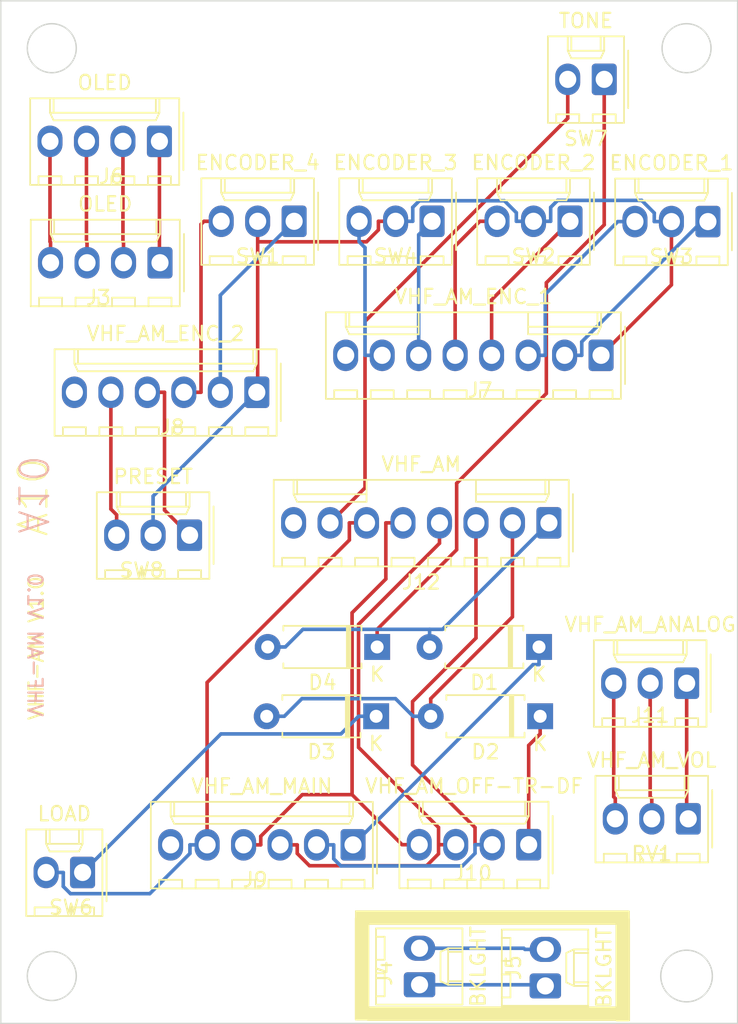
<source format=kicad_pcb>
(kicad_pcb (version 20221018) (generator pcbnew)
  (layers (0 "F.Cu" signal) (31 "B.Cu" signal) (34 "B.Paste" user) (35 "F.Paste" user) (36 "B.SilkS" user "B.Silkscreen") (37 "F.SilkS" user "F.Silkscreen") (38 "B.Mask" user) (39 "F.Mask" user) (44 "Edge.Cuts" user))
  (net 0 "")
  (net 1 "Net-(D1-K)")
  (net 2 "/COL5")
  (net 3 "Net-(D2-K)")
  (net 4 "Net-(D3-K)")
  (net 5 "Net-(D4-K)")
  (net 6 "/COL4")
  (net 7 "Net-(J3-Pin_1)")
  (net 8 "Net-(J3-Pin_2)")
  (net 9 "Net-(J3-Pin_3)")
  (net 10 "Net-(J3-Pin_4)")
  (net 11 "Net-(J4-Pin_1)")
  (net 12 "Net-(J4-Pin_2)")
  (net 13 "/ANALOG_5V")
  (net 14 "/ANALOG_GND")
  (net 15 "/ROW0")
  (net 16 "/ROW1")
  (net 17 "/ROW2")
  (net 18 "/ROW3")
  (net 19 "/ROW4")
  (net 20 "GND")
  (net 21 "/VHF__AM_ENC_4_A")
  (net 22 "/VHF__AM_ENC_4_B")
  (net 23 "/VHF__AM_PRESET_A")
  (net 24 "/VHF__AM_PRESET_B")
  (net 27 "/VHF__AM_ENC_1_A")
  (net 28 "/VHF__AM_ENC_1_B")
  (net 29 "/VHF__AM_ENC_2_A")
  (net 30 "/VHF__AM_ENC_2_B")
  (net 31 "/VHF__AM_ENC_3_A")
  (net 32 "/VHF__AM_ENC_3_B")
  (net 34 "/VHF_AM_VOL")
  (footprint "Connector_Molex:Molex_KK-254_AE-6410-02A_1x02_P2.54mm_Vertical" (layer "F.Cu") (at 147.81 49.6 180)
    (fp_text reference "SW7" (at 1.27 -4.12) (layer "F.SilkS"))
    (fp_text value "TONE" (at 1.27 4.08) (layer "F.SilkS"))
    (pad "1" thru_hole roundrect (at 0 0 180) (size 1.74 2.19) (drill 1.19) (layers "*.Cu" "*.Mask") (roundrect_rratio 0.1436781609) (net 5 "Net-(D4-K)"))
    (pad "2" thru_hole oval (at 2.54 0 180) (size 1.74 2.19) (drill 1.19) (layers "*.Cu" "*.Mask") (net 19 "/ROW4"))
  )
  (footprint "Connector_Molex:Molex_KK-254_AE-6410-03A_1x03_P2.54mm_Vertical" (layer "F.Cu") (at 153.66 101.02 180)
    (fp_text reference "RV1" (at 2.54 -2.43) (layer "F.SilkS"))
    (fp_text value "VHF_AM_VOL" (at 2.54 4.08) (layer "F.SilkS"))
    (pad "1" thru_hole roundrect (at 0 0 180) (size 1.74 2.19) (drill 1.19) (layers "*.Cu" "*.Mask") (roundrect_rratio 0.1436781609) (net 13 "/ANALOG_5V"))
    (pad "2" thru_hole oval (at 2.54 0 180) (size 1.74 2.19) (drill 1.19) (layers "*.Cu" "*.Mask") (net 34 "/VHF_AM_VOL"))
    (pad "3" thru_hole oval (at 5.08 0 180) (size 1.74 2.19) (drill 1.19) (layers "*.Cu" "*.Mask") (net 14 "/ANALOG_GND"))
  )
  (footprint "Connector_Molex:Molex_KK-254_AE-6410-04A_1x04_P2.54mm_Vertical" (layer "F.Cu") (at 142.55 102.82 180)
    (fp_text reference "J10" (at 3.89 -1.98) (layer "F.SilkS"))
    (fp_text value "VHF_AM_OFF-TR-DF" (at 3.81 4.08) (layer "F.SilkS"))
    (pad "1" thru_hole roundrect (at 0 0 180) (size 1.74 2.19) (drill 1.19) (layers "*.Cu" "*.Mask") (roundrect_rratio 0.1436781609) (net 3 "Net-(D2-K)"))
    (pad "2" thru_hole oval (at 2.54 0 180) (size 1.74 2.19) (drill 1.19) (layers "*.Cu" "*.Mask") (net 15 "/ROW0"))
    (pad "3" thru_hole oval (at 5.08 0 180) (size 1.74 2.19) (drill 1.19) (layers "*.Cu" "*.Mask") (net 16 "/ROW1"))
    (pad "4" thru_hole oval (at 7.62 0 180) (size 1.74 2.19) (drill 1.19) (layers "*.Cu" "*.Mask") (net 17 "/ROW2"))
  )
  (footprint "Connector_Molex:Molex_KK-254_AE-6410-03A_1x03_P2.54mm_Vertical" (layer "F.Cu") (at 153.55 91.59 180)
    (fp_text reference "J11" (at 2.54 -2.23) (layer "F.SilkS"))
    (fp_text value "VHF_AM_ANALOG" (at 2.54 4.08) (layer "F.SilkS"))
    (pad "1" thru_hole roundrect (at 0 0 180) (size 1.74 2.19) (drill 1.19) (layers "*.Cu" "*.Mask") (roundrect_rratio 0.1436781609) (net 13 "/ANALOG_5V"))
    (pad "2" thru_hole oval (at 2.54 0 180) (size 1.74 2.19) (drill 1.19) (layers "*.Cu" "*.Mask") (net 34 "/VHF_AM_VOL"))
    (pad "3" thru_hole oval (at 5.08 0 180) (size 1.74 2.19) (drill 1.19) (layers "*.Cu" "*.Mask") (net 14 "/ANALOG_GND"))
  )
  (footprint "Connector_Molex:Molex_KK-254_AE-6410-02A_1x02_P2.54mm_Vertical" (layer "F.Cu") (at 143.71 112.64 90)
    (fp_text reference "J5" (at 1.28 -2.21 90) (layer "F.SilkS"))
    (fp_text value "BKLGHT" (at 1.27 4.08 90) (layer "F.SilkS"))
    (pad "1" thru_hole roundrect (at 0 0 90) (size 1.74 2.19) (drill 1.19) (layers "*.Cu" "*.Mask") (roundrect_rratio 0.1436781609) (net 11 "Net-(J4-Pin_1)"))
    (pad "2" thru_hole oval (at 2.54 0 90) (size 1.74 2.19) (drill 1.19) (layers "*.Cu" "*.Mask") (net 12 "Net-(J4-Pin_2)"))
  )
  (footprint "Diode_THT:D_A-405_P7.62mm_Horizontal" (layer "F.Cu") (at 132 89.07 180)
    (fp_text reference "D4" (at 3.81 -2.47) (layer "F.SilkS"))
    (fp_text value "D")
    (fp_text user "K" (at 0 -1.9) (layer "F.SilkS"))
    (pad "1" thru_hole rect (at 0 0 180) (size 1.8 1.8) (drill 0.9) (layers "*.Cu" "*.Mask") (net 5 "Net-(D4-K)"))
    (pad "2" thru_hole oval (at 7.62 0 180) (size 1.8 1.8) (drill 0.9) (layers "*.Cu" "*.Mask") (net 6 "/COL4"))
  )
  (footprint "Connector_Molex:Molex_KK-254_AE-6410-03A_1x03_P2.54mm_Vertical" (layer "F.Cu") (at 118.94 81.3 180)
    (fp_text reference "SW8" (at 3.34 -2.43) (layer "F.SilkS"))
    (fp_text value "PRESET" (at 2.54 4.08) (layer "F.SilkS"))
    (pad "1" thru_hole roundrect (at 0 0 180) (size 1.74 2.19) (drill 1.19) (layers "*.Cu" "*.Mask") (roundrect_rratio 0.1436781609) (net 23 "/VHF__AM_PRESET_A"))
    (pad "2" thru_hole oval (at 2.54 0 180) (size 1.74 2.19) (drill 1.19) (layers "*.Cu" "*.Mask") (net 20 "GND"))
    (pad "3" thru_hole oval (at 5.08 0 180) (size 1.74 2.19) (drill 1.19) (layers "*.Cu" "*.Mask") (net 24 "/VHF__AM_PRESET_B"))
  )
  (footprint "Connector_Molex:Molex_KK-254_AE-6410-06A_1x06_P2.54mm_Vertical" (layer "F.Cu") (at 130.32 102.83 180)
    (fp_text reference "J9" (at 6.82 -2.43) (layer "F.SilkS"))
    (fp_text value "VHF_AM_MAIN" (at 6.35 4.08) (layer "F.SilkS"))
    (pad "1" thru_hole roundrect (at 0 0 180) (size 1.74 2.19) (drill 1.19) (layers "*.Cu" "*.Mask") (roundrect_rratio 0.1436781609) (net 1 "Net-(D1-K)"))
    (pad "2" thru_hole oval (at 2.54 0 180) (size 1.74 2.19) (drill 1.19) (layers "*.Cu" "*.Mask") (net 15 "/ROW0"))
    (pad "3" thru_hole oval (at 5.08 0 180) (size 1.74 2.19) (drill 1.19) (layers "*.Cu" "*.Mask") (net 16 "/ROW1"))
    (pad "4" thru_hole oval (at 7.62 0 180) (size 1.74 2.19) (drill 1.19) (layers "*.Cu" "*.Mask") (net 17 "/ROW2"))
    (pad "5" thru_hole oval (at 10.16 0 180) (size 1.74 2.19) (drill 1.19) (layers "*.Cu" "*.Mask") (net 18 "/ROW3"))
    (pad "6" thru_hole oval (at 12.7 0 180) (size 1.74 2.19) (drill 1.19) (layers "*.Cu" "*.Mask"))
  )
  (footprint "Connector_Molex:Molex_KK-254_AE-6410-04A_1x04_P2.54mm_Vertical" (layer "F.Cu") (at 116.84 53.91 180)
    (fp_text reference "J6" (at 3.34 -2.43) (layer "F.SilkS"))
    (fp_text value "OLED" (at 3.81 4.08) (layer "F.SilkS"))
    (pad "1" thru_hole roundrect (at 0 0 180) (size 1.74 2.19) (drill 1.19) (layers "*.Cu" "*.Mask") (roundrect_rratio 0.1436781609) (net 7 "Net-(J3-Pin_1)"))
    (pad "2" thru_hole oval (at 2.54 0 180) (size 1.74 2.19) (drill 1.19) (layers "*.Cu" "*.Mask") (net 8 "Net-(J3-Pin_2)"))
    (pad "3" thru_hole oval (at 5.08 0 180) (size 1.74 2.19) (drill 1.19) (layers "*.Cu" "*.Mask") (net 9 "Net-(J3-Pin_3)"))
    (pad "4" thru_hole oval (at 7.62 0 180) (size 1.74 2.19) (drill 1.19) (layers "*.Cu" "*.Mask") (net 10 "Net-(J3-Pin_4)"))
  )
  (footprint "Connector_Molex:Molex_KK-254_AE-6410-04A_1x04_P2.54mm_Vertical" (layer "F.Cu") (at 116.88 62.35 180)
    (fp_text reference "J3" (at 4.28 -2.43) (layer "F.SilkS"))
    (fp_text value "OLED" (at 3.81 4.08) (layer "F.SilkS"))
    (pad "1" thru_hole roundrect (at 0 0 180) (size 1.74 2.19) (drill 1.19) (layers "*.Cu" "*.Mask") (roundrect_rratio 0.1436781609) (net 7 "Net-(J3-Pin_1)"))
    (pad "2" thru_hole oval (at 2.54 0 180) (size 1.74 2.19) (drill 1.19) (layers "*.Cu" "*.Mask") (net 8 "Net-(J3-Pin_2)"))
    (pad "3" thru_hole oval (at 5.08 0 180) (size 1.74 2.19) (drill 1.19) (layers "*.Cu" "*.Mask") (net 9 "Net-(J3-Pin_3)"))
    (pad "4" thru_hole oval (at 7.62 0 180) (size 1.74 2.19) (drill 1.19) (layers "*.Cu" "*.Mask") (net 10 "Net-(J3-Pin_4)"))
  )
  (footprint "Connector_Molex:Molex_KK-254_AE-6410-06A_1x06_P2.54mm_Vertical" (layer "F.Cu") (at 123.62 71.36 180)
    (fp_text reference "J8" (at 5.88 -2.43) (layer "F.SilkS"))
    (fp_text value "VHF_AM_ENC_2" (at 6.35 4.08) (layer "F.SilkS"))
    (pad "1" thru_hole roundrect (at 0 0 180) (size 1.74 2.19) (drill 1.19) (layers "*.Cu" "*.Mask") (roundrect_rratio 0.1436781609) (net 20 "GND"))
    (pad "2" thru_hole oval (at 2.54 0 180) (size 1.74 2.19) (drill 1.19) (layers "*.Cu" "*.Mask") (net 21 "/VHF__AM_ENC_4_A"))
    (pad "3" thru_hole oval (at 5.08 0 180) (size 1.74 2.19) (drill 1.19) (layers "*.Cu" "*.Mask") (net 22 "/VHF__AM_ENC_4_B"))
    (pad "4" thru_hole oval (at 7.62 0 180) (size 1.74 2.19) (drill 1.19) (layers "*.Cu" "*.Mask") (net 23 "/VHF__AM_PRESET_A"))
    (pad "5" thru_hole oval (at 10.16 0 180) (size 1.74 2.19) (drill 1.19) (layers "*.Cu" "*.Mask") (net 24 "/VHF__AM_PRESET_B"))
    (pad "6" thru_hole oval (at 12.7 0 180) (size 1.74 2.19) (drill 1.19) (layers "*.Cu" "*.Mask"))
  )
  (footprint "Connector_Molex:Molex_KK-254_AE-6410-03A_1x03_P2.54mm_Vertical" (layer "F.Cu") (at 155.03 59.49 180)
    (fp_text reference "SW3" (at 2.54 -2.43) (layer "F.SilkS"))
    (fp_text value "ENCODER_1" (at 2.54 4.08) (layer "F.SilkS"))
    (pad "1" thru_hole roundrect (at 0 0 180) (size 1.74 2.19) (drill 1.19) (layers "*.Cu" "*.Mask") (roundrect_rratio 0.1436781609) (net 27 "/VHF__AM_ENC_1_A"))
    (pad "2" thru_hole oval (at 2.54 0 180) (size 1.74 2.19) (drill 1.19) (layers "*.Cu" "*.Mask") (net 20 "GND"))
    (pad "3" thru_hole oval (at 5.08 0 180) (size 1.74 2.19) (drill 1.19) (layers "*.Cu" "*.Mask") (net 28 "/VHF__AM_ENC_1_B"))
  )
  (footprint "Diode_THT:D_A-405_P7.62mm_Horizontal" (layer "F.Cu") (at 143.35 93.89 180)
    (fp_text reference "D2" (at 3.81 -2.47) (layer "F.SilkS"))
    (fp_text value "D")
    (fp_text user "K" (at 0 -1.9) (layer "F.SilkS"))
    (pad "1" thru_hole rect (at 0 0 180) (size 1.8 1.8) (drill 0.9) (layers "*.Cu" "*.Mask") (net 3 "Net-(D2-K)"))
    (pad "2" thru_hole oval (at 7.62 0 180) (size 1.8 1.8) (drill 0.9) (layers "*.Cu" "*.Mask") (net 2 "/COL5"))
  )
  (footprint "Connector_Molex:Molex_KK-254_AE-6410-08A_1x08_P2.54mm_Vertical" (layer "F.Cu") (at 147.59 68.79 180)
    (fp_text reference "J7" (at 8.42 -2.43) (layer "F.SilkS"))
    (fp_text value "VHF_AM_ENC_1" (at 8.89 4.08) (layer "F.SilkS"))
    (pad "1" thru_hole roundrect (at 0 0 180) (size 1.74 2.19) (drill 1.19) (layers "*.Cu" "*.Mask") (roundrect_rratio 0.1436781609) (net 20 "GND"))
    (pad "2" thru_hole oval (at 2.54 0 180) (size 1.74 2.19) (drill 1.19) (layers "*.Cu" "*.Mask") (net 27 "/VHF__AM_ENC_1_A"))
    (pad "3" thru_hole oval (at 5.08 0 180) (size 1.74 2.19) (drill 1.19) (layers "*.Cu" "*.Mask") (net 28 "/VHF__AM_ENC_1_B"))
    (pad "4" thru_hole oval (at 7.62 0 180) (size 1.74 2.19) (drill 1.19) (layers "*.Cu" "*.Mask") (net 29 "/VHF__AM_ENC_2_A"))
    (pad "5" thru_hole oval (at 10.16 0 180) (size 1.74 2.19) (drill 1.19) (layers "*.Cu" "*.Mask") (net 30 "/VHF__AM_ENC_2_B"))
    (pad "6" thru_hole oval (at 12.7 0 180) (size 1.74 2.19) (drill 1.19) (layers "*.Cu" "*.Mask") (net 31 "/VHF__AM_ENC_3_A"))
    (pad "7" thru_hole oval (at 15.24 0 180) (size 1.74 2.19) (drill 1.19) (layers "*.Cu" "*.Mask") (net 32 "/VHF__AM_ENC_3_B"))
    (pad "8" thru_hole oval (at 17.78 0 180) (size 1.74 2.19) (drill 1.19) (layers "*.Cu" "*.Mask"))
  )
  (footprint "Connector_Molex:Molex_KK-254_AE-6410-02A_1x02_P2.54mm_Vertical" (layer "F.Cu") (at 134.95 112.56 90)
    (fp_text reference "J4" (at 0.8 -2.43 90) (layer "F.SilkS"))
    (fp_text value "BKLGHT" (at 1.27 4.08 90) (layer "F.SilkS"))
    (pad "1" thru_hole roundrect (at 0 0 90) (size 1.74 2.19) (drill 1.19) (layers "*.Cu" "*.Mask") (roundrect_rratio 0.1436781609) (net 11 "Net-(J4-Pin_1)"))
    (pad "2" thru_hole oval (at 2.54 0 90) (size 1.74 2.19) (drill 1.19) (layers "*.Cu" "*.Mask") (net 12 "Net-(J4-Pin_2)"))
  )
  (footprint "Connector_Molex:Molex_KK-254_AE-6410-03A_1x03_P2.54mm_Vertical" (layer "F.Cu") (at 126.22 59.47 180)
    (fp_text reference "SW1" (at 2.54 -2.43) (layer "F.SilkS"))
    (fp_text value "ENCODER_4" (at 2.54 4.08) (layer "F.SilkS"))
    (pad "1" thru_hole roundrect (at 0 0 180) (size 1.74 2.19) (drill 1.19) (layers "*.Cu" "*.Mask") (roundrect_rratio 0.1436781609) (net 21 "/VHF__AM_ENC_4_A"))
    (pad "2" thru_hole oval (at 2.54 0 180) (size 1.74 2.19) (drill 1.19) (layers "*.Cu" "*.Mask") (net 20 "GND"))
    (pad "3" thru_hole oval (at 5.08 0 180) (size 1.74 2.19) (drill 1.19) (layers "*.Cu" "*.Mask") (net 22 "/VHF__AM_ENC_4_B"))
  )
  (footprint "Diode_THT:D_A-405_P7.62mm_Horizontal" (layer "F.Cu") (at 143.27 89.07 180)
    (fp_text reference "D1" (at 3.81 -2.47) (layer "F.SilkS"))
    (fp_text value "D")
    (fp_text user "K" (at 0 -1.9) (layer "F.SilkS"))
    (pad "1" thru_hole rect (at 0 0 180) (size 1.8 1.8) (drill 0.9) (layers "*.Cu" "*.Mask") (net 1 "Net-(D1-K)"))
    (pad "2" thru_hole oval (at 7.62 0 180) (size 1.8 1.8) (drill 0.9) (layers "*.Cu" "*.Mask") (net 6 "/COL4"))
  )
  (footprint "Connector_Molex:Molex_KK-254_AE-6410-03A_1x03_P2.54mm_Vertical" (layer "F.Cu") (at 145.4267 59.47 180)
    (fp_text reference "SW2" (at 2.54 -2.43) (layer "F.SilkS"))
    (fp_text value "ENCODER_2" (at 2.54 4.08) (layer "F.SilkS"))
    (pad "1" thru_hole roundrect (at 0 0 180) (size 1.74 2.19) (drill 1.19) (layers "*.Cu" "*.Mask") (roundrect_rratio 0.1436781609) (net 29 "/VHF__AM_ENC_2_A"))
    (pad "2" thru_hole oval (at 2.54 0 180) (size 1.74 2.19) (drill 1.19) (layers "*.Cu" "*.Mask") (net 20 "GND"))
    (pad "3" thru_hole oval (at 5.08 0 180) (size 1.74 2.19) (drill 1.19) (layers "*.Cu" "*.Mask") (net 30 "/VHF__AM_ENC_2_B"))
  )
  (footprint "Connector_Molex:Molex_KK-254_AE-6410-08A_1x08_P2.54mm_Vertical" (layer "F.Cu") (at 143.96 80.44 180)
    (fp_text reference "J12" (at 8.89 -4.12) (layer "F.SilkS"))
    (fp_text value "VHF_AM" (at 8.89 4.08) (layer "F.SilkS"))
    (pad "1" thru_hole roundrect (at 0 0 180) (size 1.74 2.19) (drill 1.19) (layers "*.Cu" "*.Mask") (roundrect_rratio 0.1436781609) (net 6 "/COL4"))
    (pad "2" thru_hole oval (at 2.54 0 180) (size 1.74 2.19) (drill 1.19) (layers "*.Cu" "*.Mask") (net 2 "/COL5"))
    (pad "3" thru_hole oval (at 5.08 0 180) (size 1.74 2.19) (drill 1.19) (layers "*.Cu" "*.Mask") (net 15 "/ROW0"))
    (pad "4" thru_hole oval (at 7.62 0 180) (size 1.74 2.19) (drill 1.19) (layers "*.Cu" "*.Mask") (net 16 "/ROW1"))
    (pad "5" thru_hole oval (at 10.16 0 180) (size 1.74 2.19) (drill 1.19) (layers "*.Cu" "*.Mask") (net 17 "/ROW2"))
    (pad "6" thru_hole oval (at 12.7 0 180) (size 1.74 2.19) (drill 1.19) (layers "*.Cu" "*.Mask") (net 18 "/ROW3"))
    (pad "7" thru_hole oval (at 15.24 0 180) (size 1.74 2.19) (drill 1.19) (layers "*.Cu" "*.Mask") (net 19 "/ROW4"))
    (pad "8" thru_hole oval (at 17.78 0 180) (size 1.74 2.19) (drill 1.19) (layers "*.Cu" "*.Mask"))
  )
  (footprint "Diode_THT:D_A-405_P7.62mm_Horizontal" (layer "F.Cu") (at 131.93 93.89 180)
    (fp_text reference "D3" (at 3.81 -2.47) (layer "F.SilkS"))
    (fp_text value "D")
    (fp_text user "K" (at 0 -1.9) (layer "F.SilkS"))
    (pad "1" thru_hole rect (at 0 0 180) (size 1.8 1.8) (drill 0.9) (layers "*.Cu" "*.Mask") (net 4 "Net-(D3-K)"))
    (pad "2" thru_hole oval (at 7.62 0 180) (size 1.8 1.8) (drill 0.9) (layers "*.Cu" "*.Mask") (net 2 "/COL5"))
  )
  (footprint "Connector_Molex:Molex_KK-254_AE-6410-03A_1x03_P2.54mm_Vertical" (layer "F.Cu") (at 135.8233 59.47 180)
    (fp_text reference "SW4" (at 2.54 -2.43) (layer "F.SilkS"))
    (fp_text value "ENCODER_3" (at 2.54 4.08) (layer "F.SilkS"))
    (pad "1" thru_hole roundrect (at 0 0 180) (size 1.74 2.19) (drill 1.19) (layers "*.Cu" "*.Mask") (roundrect_rratio 0.1436781609) (net 31 "/VHF__AM_ENC_3_A"))
    (pad "2" thru_hole oval (at 2.54 0 180) (size 1.74 2.19) (drill 1.19) (layers "*.Cu" "*.Mask") (net 20 "GND"))
    (pad "3" thru_hole oval (at 5.08 0 180) (size 1.74 2.19) (drill 1.19) (layers "*.Cu" "*.Mask") (net 32 "/VHF__AM_ENC_3_B"))
  )
  (footprint "Connector_Molex:Molex_KK-254_AE-6410-02A_1x02_P2.54mm_Vertical" (layer "F.Cu") (at 111.49 104.75 180)
    (fp_text reference "SW6" (at 0.8 -2.43) (layer "F.SilkS"))
    (fp_text value "LOAD" (at 1.27 4.08) (layer "F.SilkS"))
    (pad "1" thru_hole roundrect (at 0 0 180) (size 1.74 2.19) (drill 1.19) (layers "*.Cu" "*.Mask") (roundrect_rratio 0.1436781609) (net 4 "Net-(D3-K)"))
    (pad "2" thru_hole oval (at 2.54 0 180) (size 1.74 2.19) (drill 1.19) (layers "*.Cu" "*.Mask") (net 18 "/ROW3"))
  )
  (gr_rect (start 130.5323 107.46) (end 149.5177 108.32) (stroke (width 0.15)) (fill solid) (layer "F.SilkS"))
  (gr_rect (start 131.36 114.14) (end 148.6954 115) (stroke (width 0.15)) (fill solid) (layer "F.SilkS"))
  (gr_rect (start 148.67 107.98) (end 149.53 115.03) (stroke (width 0.15)) (fill solid) (layer "F.SilkS"))
  (gr_rect (start 130.52 107.98) (end 131.38 114.97) (stroke (width 0.15)) (fill solid) (layer "F.SilkS"))
  (gr_rect (start 105.79 44.132) (end 157.098 115.252) (stroke (width 0.1)) (fill none) (layer "Edge.Cuts"))
  (gr_circle (center 153.542 47.434) (end 154.304 45.91) (stroke (width 0.1)) (fill none) (layer "Edge.Cuts"))
  (gr_circle (center 109.346 47.434) (end 110.108 45.91) (stroke (width 0.1)) (fill none) (layer "Edge.Cuts"))
  (gr_circle (center 109.346 111.95) (end 110.108 110.426) (stroke (width 0.1)) (fill none) (layer "Edge.Cuts"))
  (gr_circle (center 153.542 111.95) (end 153.796 110.172) (stroke (width 0.1)) (fill none) (layer "Edge.Cuts"))
  (gr_text "VHF-AM V1.0" (at 107.58 94.01 -90) (layer "B.SilkS") (effects (font (size 1 1)) (justify left bottom mirror)))
  (gr_text "A10" (at 106.84 81.33 -90) (layer "B.SilkS") (effects (font (size 2 2)) (justify left bottom mirror)))
  (gr_text "A10" (at 109.22 81.51 90) (layer "F.SilkS") (effects (font (size 2 2)) (justify left bottom)))
  (gr_text "VHF-AM V1.0" (at 108.85 94.25 90) (layer "F.SilkS") (effects (font (size 1 1)) (justify left bottom)))
  (segment (start 142.8547 90.2953) (end 130.32 102.83) (width 0.25) (layer "B.Cu") (net 1))
  (segment (start 143.27 89.07) (end 143.27 90.2953) (width 0.25) (layer "B.Cu") (net 1))
  (segment (start 143.27 90.2953) (end 142.8547 90.2953) (width 0.25) (layer "B.Cu") (net 1))
  (segment (start 135.73 93.89) (end 135.73 92.6647) (width 0.25) (layer "F.Cu") (net 2))
  (segment (start 141.42 86.9747) (end 141.42 80.44) (width 0.25) (layer "F.Cu") (net 2))
  (segment (start 135.73 92.6647) (end 141.42 86.9747) (width 0.25) (layer "F.Cu") (net 2))
  (segment (start 133.2794 92.6647) (end 126.7606 92.6647) (width 0.25) (layer "B.Cu") (net 2))
  (segment (start 126.7606 92.6647) (end 125.5353 93.89) (width 0.25) (layer "B.Cu") (net 2))
  (segment (start 134.5047 93.89) (end 133.2794 92.6647) (width 0.25) (layer "B.Cu") (net 2))
  (segment (start 135.73 93.89) (end 134.5047 93.89) (width 0.25) (layer "B.Cu") (net 2))
  (segment (start 124.31 93.89) (end 125.5353 93.89) (width 0.25) (layer "B.Cu") (net 2))
  (segment (start 143.35 95.1153) (end 142.55 95.9153) (width 0.25) (layer "F.Cu") (net 3))
  (segment (start 142.55 95.9153) (end 142.55 102.82) (width 0.25) (layer "F.Cu") (net 3))
  (segment (start 143.35 93.89) (end 143.35 95.1153) (width 0.25) (layer "F.Cu") (net 3))
  (segment (start 121.1247 95.1153) (end 129.4794 95.1153) (width 0.25) (layer "B.Cu") (net 4))
  (segment (start 129.4794 95.1153) (end 130.7047 93.89) (width 0.25) (layer "B.Cu") (net 4))
  (segment (start 131.93 93.89) (end 130.7047 93.89) (width 0.25) (layer "B.Cu") (net 4))
  (segment (start 111.49 104.75) (end 121.1247 95.1153) (width 0.25) (layer "B.Cu") (net 4))
  (segment (start 137.5354 82.3093) (end 137.5354 77.6875) (width 0.25) (layer "F.Cu") (net 5))
  (segment (start 137.5354 77.6875) (end 143.78 71.4429) (width 0.25) (layer "F.Cu") (net 5))
  (segment (start 132 89.07) (end 132 87.8447) (width 0.25) (layer "F.Cu") (net 5))
  (segment (start 143.78 63.7444) (end 147.81 59.7144) (width 0.25) (layer "F.Cu") (net 5))
  (segment (start 132 87.8447) (end 137.5354 82.3093) (width 0.25) (layer "F.Cu") (net 5))
  (segment (start 147.81 59.7144) (end 147.81 49.6) (width 0.25) (layer "F.Cu") (net 5))
  (segment (start 143.78 71.4429) (end 143.78 63.7444) (width 0.25) (layer "F.Cu") (net 5))
  (segment (start 143.96 80.44) (end 136.5553 87.8447) (width 0.25) (layer "B.Cu") (net 6))
  (segment (start 135.65 89.07) (end 135.65 87.8447) (width 0.25) (layer "B.Cu") (net 6))
  (segment (start 136.5553 87.8447) (end 135.65 87.8447) (width 0.25) (layer "B.Cu") (net 6))
  (segment (start 135.65 87.8447) (end 126.8306 87.8447) (width 0.25) (layer "B.Cu") (net 6))
  (segment (start 124.38 89.07) (end 125.6053 89.07) (width 0.25) (layer "B.Cu") (net 6))
  (segment (start 126.8306 87.8447) (end 125.6053 89.07) (width 0.25) (layer "B.Cu") (net 6))
  (segment (start 116.88 62.35) (end 116.84 62.31) (width 0.25) (layer "F.Cu") (net 7))
  (segment (start 116.84 62.31) (end 116.84 53.91) (width 0.25) (layer "F.Cu") (net 7))
  (segment (start 114.34 62.35) (end 114.34 60.9297) (width 0.25) (layer "F.Cu") (net 8))
  (segment (start 114.34 60.9297) (end 114.3 60.8897) (width 0.25) (layer "F.Cu") (net 8))
  (segment (start 114.3 60.8897) (end 114.3 53.91) (width 0.25) (layer "F.Cu") (net 8))
  (segment (start 111.8 62.35) (end 111.8 60.9297) (width 0.25) (layer "F.Cu") (net 9))
  (segment (start 111.76 60.8897) (end 111.76 53.91) (width 0.25) (layer "F.Cu") (net 9))
  (segment (start 111.8 60.9297) (end 111.76 60.8897) (width 0.25) (layer "F.Cu") (net 9))
  (segment (start 109.26 60.9297) (end 109.22 60.8897) (width 0.25) (layer "F.Cu") (net 10))
  (segment (start 109.22 60.8897) (end 109.22 53.91) (width 0.25) (layer "F.Cu") (net 10))
  (segment (start 109.26 62.35) (end 109.26 60.9297) (width 0.25) (layer "F.Cu") (net 10))
  (segment (start 143.63 112.56) (end 143.71 112.64) (width 0.25) (layer "B.Cu") (net 11))
  (segment (start 134.95 112.56) (end 143.63 112.56) (width 0.25) (layer "B.Cu") (net 11))
  (segment (start 142.2097 110.02) (end 142.2897 110.1) (width 0.25) (layer "B.Cu") (net 12))
  (segment (start 143.71 110.1) (end 142.2897 110.1) (width 0.25) (layer "B.Cu") (net 12))
  (segment (start 134.95 110.02) (end 142.2097 110.02) (width 0.25) (layer "B.Cu") (net 12))
  (segment (start 153.66 101.02) (end 153.55 100.91) (width 0.25) (layer "F.Cu") (net 13))
  (segment (start 153.55 100.91) (end 153.55 91.59) (width 0.25) (layer "F.Cu") (net 13))
  (segment (start 148.58 99.5997) (end 148.47 99.4897) (width 0.25) (layer "F.Cu") (net 14))
  (segment (start 148.58 101.02) (end 148.58 99.5997) (width 0.25) (layer "F.Cu") (net 14))
  (segment (start 148.47 99.4897) (end 148.47 91.59) (width 0.25) (layer "F.Cu") (net 14))
  (segment (start 140.01 102.82) (end 138.8147 102.82) (width 0.25) (layer "F.Cu") (net 15))
  (segment (start 138.88 88.4507) (end 138.88 80.44) (width 0.25) (layer "F.Cu") (net 15))
  (segment (start 138.8147 101.6247) (end 134.4633 97.2733) (width 0.25) (layer "F.Cu") (net 15))
  (segment (start 138.8147 102.82) (end 138.8147 101.6247) (width 0.25) (layer "F.Cu") (net 15))
  (segment (start 134.4633 97.2733) (end 134.4633 92.8674) (width 0.25) (layer "F.Cu") (net 15))
  (segment (start 134.4633 92.8674) (end 138.88 88.4507) (width 0.25) (layer "F.Cu") (net 15))
  (segment (start 127.78 102.83) (end 128.9753 102.83) (width 0.25) (layer "B.Cu") (net 15))
  (segment (start 129.4675 104.2934) (end 137.9389 104.2934) (width 0.25) (layer "B.Cu") (net 15))
  (segment (start 128.9753 102.83) (end 128.9753 103.8012) (width 0.25) (layer "B.Cu") (net 15))
  (segment (start 138.8147 103.4176) (end 138.8147 102.82) (width 0.25) (layer "B.Cu") (net 15))
  (segment (start 128.9753 103.8012) (end 129.4675 104.2934) (width 0.25) (layer "B.Cu") (net 15))
  (segment (start 140.01 102.82) (end 138.8147 102.82) (width 0.25) (layer "B.Cu") (net 15))
  (segment (start 137.9389 104.2934) (end 138.8147 103.4176) (width 0.25) (layer "B.Cu") (net 15))
  (segment (start 136.34 81.8603) (end 130.7047 87.4956) (width 0.25) (layer "F.Cu") (net 16))
  (segment (start 130.7047 96.0547) (end 136.2747 101.6247) (width 0.25) (layer "F.Cu") (net 16))
  (segment (start 126.4353 102.83) (end 126.4353 103.4277) (width 0.25) (layer "F.Cu") (net 16))
  (segment (start 137.47 102.82) (end 136.2747 102.82) (width 0.25) (layer "F.Cu") (net 16))
  (segment (start 126.4353 103.4277) (end 127.2892 104.2816) (width 0.25) (layer "F.Cu") (net 16))
  (segment (start 127.2892 104.2816) (end 135.4452 104.2816) (width 0.25) (layer "F.Cu") (net 16))
  (segment (start 125.24 102.83) (end 126.4353 102.83) (width 0.25) (layer "F.Cu") (net 16))
  (segment (start 135.4452 104.2816) (end 136.2747 103.4521) (width 0.25) (layer "F.Cu") (net 16))
  (segment (start 136.34 80.44) (end 136.34 81.8603) (width 0.25) (layer "F.Cu") (net 16))
  (segment (start 136.2747 103.4521) (end 136.2747 102.82) (width 0.25) (layer "F.Cu") (net 16))
  (segment (start 136.2747 101.6247) (end 136.2747 102.82) (width 0.25) (layer "F.Cu") (net 16))
  (segment (start 130.7047 87.4956) (end 130.7047 96.0547) (width 0.25) (layer "F.Cu") (net 16))
  (segment (start 132.6047 84.3437) (end 132.6047 80.44) (width 0.25) (layer "F.Cu") (net 17))
  (segment (start 130.2543 99.3396) (end 130.2543 86.6941) (width 0.25) (layer "F.Cu") (net 17))
  (segment (start 126.788 99.3396) (end 130.2543 99.3396) (width 0.25) (layer "F.Cu") (net 17))
  (segment (start 133.7347 102.82) (end 130.2543 99.3396) (width 0.25) (layer "F.Cu") (net 17))
  (segment (start 133.8 80.44) (end 132.6047 80.44) (width 0.25) (layer "F.Cu") (net 17))
  (segment (start 122.7 102.83) (end 123.8953 102.83) (width 0.25) (layer "F.Cu") (net 17))
  (segment (start 123.8953 102.83) (end 123.8953 102.2323) (width 0.25) (layer "F.Cu") (net 17))
  (segment (start 123.8953 102.2323) (end 126.788 99.3396) (width 0.25) (layer "F.Cu") (net 17))
  (segment (start 134.93 102.82) (end 133.7347 102.82) (width 0.25) (layer "F.Cu") (net 17))
  (segment (start 130.2543 86.6941) (end 132.6047 84.3437) (width 0.25) (layer "F.Cu") (net 17))
  (segment (start 131.26 80.44) (end 130.0647 80.44) (width 0.25) (layer "F.Cu") (net 18))
  (segment (start 120.16 102.83) (end 120.16 91.54) (width 0.25) (layer "F.Cu") (net 18))
  (segment (start 120.16 91.54) (end 130.0647 81.6353) (width 0.25) (layer "F.Cu") (net 18))
  (segment (start 130.0647 81.6353) (end 130.0647 80.44) (width 0.25) (layer "F.Cu") (net 18))
  (segment (start 110.1453 104.75) (end 110.1453 105.7212) (width 0.25) (layer "B.Cu") (net 18))
  (segment (start 120.16 102.83) (end 118.9647 102.83) (width 0.25) (layer "B.Cu") (net 18))
  (segment (start 118.9647 103.4276) (end 118.9647 102.83) (width 0.25) (layer "B.Cu") (net 18))
  (segment (start 108.95 104.75) (end 110.1453 104.75) (width 0.25) (layer "B.Cu") (net 18))
  (segment (start 110.1453 105.7212) (end 110.6482 106.2241) (width 0.25) (layer "B.Cu") (net 18))
  (segment (start 116.1682 106.2241) (end 118.9647 103.4276) (width 0.25) (layer "B.Cu") (net 18))
  (segment (start 110.6482 106.2241) (end 116.1682 106.2241) (width 0.25) (layer "B.Cu") (net 18))
  (segment (start 145.27 49.6) (end 145.27 52.3072) (width 0.25) (layer "F.Cu") (net 19))
  (segment (start 131.1546 78.0054) (end 128.72 80.44) (width 0.25) (layer "F.Cu") (net 19))
  (segment (start 131.1546 66.4226) (end 131.1546 78.0054) (width 0.25) (layer "F.Cu") (net 19))
  (segment (start 145.27 52.3072) (end 131.1546 66.4226) (width 0.25) (layer "F.Cu") (net 19))
  (segment (start 123.68 59.47) (end 123.68 60.8954) (width 0.25) (layer "F.Cu") (net 20))
  (segment (start 123.68 60.8954) (end 123.68 71.3) (width 0.25) (layer "F.Cu") (net 20))
  (segment (start 123.68 60.8954) (end 131.2602 60.8954) (width 0.25) (layer "F.Cu") (net 20))
  (segment (start 133.2833 59.47) (end 132.088 59.47) (width 0.25) (layer "F.Cu") (net 20))
  (segment (start 147.59 68.79) (end 152.49 63.89) (width 0.25) (layer "F.Cu") (net 20))
  (segment (start 123.68 71.3) (end 123.62 71.36) (width 0.25) (layer "F.Cu") (net 20))
  (segment (start 131.2602 60.8954) (end 132.088 60.0676) (width 0.25) (layer "F.Cu") (net 20))
  (segment (start 152.49 63.89) (end 152.49 59.49) (width 0.25) (layer "F.Cu") (net 20))
  (segment (start 132.088 60.0676) (end 132.088 59.47) (width 0.25) (layer "F.Cu") (net 20))
  (segment (start 123.62 71.36) (end 116.4 78.58) (width 0.25) (layer "B.Cu") (net 20))
  (segment (start 116.4 78.58) (end 116.4 81.3) (width 0.25) (layer "B.Cu") (net 20))
  (segment (start 152.49 59.49) (end 151.2947 59.49) (width 0.25) (layer "B.Cu") (net 20))
  (segment (start 144.082 58.4988) (end 144.082 59.47) (width 0.25) (layer "B.Cu") (net 20))
  (segment (start 140.8606 58.0416) (end 141.6914 58.8724) (width 0.25) (layer "B.Cu") (net 20))
  (segment (start 133.2833 59.47) (end 134.4786 59.47) (width 0.25) (layer "B.Cu") (net 20))
  (segment (start 134.9358 58.0416) (end 140.8606 58.0416) (width 0.25) (layer "B.Cu") (net 20))
  (segment (start 141.6914 58.8724) (end 141.6914 59.47) (width 0.25) (layer "B.Cu") (net 20))
  (segment (start 151.2947 59.49) (end 151.2947 58.8924) (width 0.25) (layer "B.Cu") (net 20))
  (segment (start 151.2947 58.8924) (end 150.4189 58.0166) (width 0.25) (layer "B.Cu") (net 20))
  (segment (start 134.4786 59.47) (end 134.4786 58.4988) (width 0.25) (layer "B.Cu") (net 20))
  (segment (start 142.8867 59.47) (end 144.082 59.47) (width 0.25) (layer "B.Cu") (net 20))
  (segment (start 142.8867 59.47) (end 141.6914 59.47) (width 0.25) (layer "B.Cu") (net 20))
  (segment (start 144.5642 58.0166) (end 144.082 58.4988) (width 0.25) (layer "B.Cu") (net 20))
  (segment (start 150.4189 58.0166) (end 144.5642 58.0166) (width 0.25) (layer "B.Cu") (net 20))
  (segment (start 134.4786 58.4988) (end 134.9358 58.0416) (width 0.25) (layer "B.Cu") (net 20))
  (segment (start 126.22 59.47) (end 121.08 64.61) (width 0.25) (layer "B.Cu") (net 21))
  (segment (start 121.08 64.61) (end 121.08 71.36) (width 0.25) (layer "B.Cu") (net 21))
  (segment (start 118.54 71.36) (end 119.7353 71.36) (width 0.25) (layer "F.Cu") (net 22))
  (segment (start 119.7353 59.6794) (end 119.7353 71.36) (width 0.25) (layer "F.Cu") (net 22))
  (segment (start 119.9447 59.47) (end 119.7353 59.6794) (width 0.25) (layer "F.Cu") (net 22))
  (segment (start 121.14 59.47) (end 119.9447 59.47) (width 0.25) (layer "F.Cu") (net 22))
  (segment (start 116 71.36) (end 117.1953 71.36) (width 0.25) (layer "F.Cu") (net 23))
  (segment (start 117.1953 79.5553) (end 118.94 81.3) (width 0.25) (layer "F.Cu") (net 23))
  (segment (start 117.1953 71.36) (end 117.1953 79.5553) (width 0.25) (layer "F.Cu") (net 23))
  (segment (start 113.46 79.4797) (end 113.86 79.8797) (width 0.25) (layer "F.Cu") (net 24))
  (segment (start 113.46 71.36) (end 113.46 79.4797) (width 0.25) (layer "F.Cu") (net 24))
  (segment (start 113.86 81.3) (end 113.86 79.8797) (width 0.25) (layer "F.Cu") (net 24))
  (segment (start 155.03 59.49) (end 154.605 59.49) (width 0.25) (layer "B.Cu") (net 27))
  (segment (start 146.2453 67.8497) (end 146.2453 68.79) (width 0.25) (layer "B.Cu") (net 27))
  (segment (start 154.605 59.49) (end 146.2453 67.8497) (width 0.25) (layer "B.Cu") (net 27))
  (segment (start 145.05 68.79) (end 146.2453 68.79) (width 0.25) (layer "B.Cu") (net 27))
  (segment (start 143.7053 64.5394) (end 143.7053 68.79) (width 0.25) (layer "B.Cu") (net 28))
  (segment (start 142.51 68.79) (end 143.7053 68.79) (width 0.25) (layer "B.Cu") (net 28))
  (segment (start 148.7547 59.49) (end 143.7053 64.5394) (width 0.25) (layer "B.Cu") (net 28))
  (segment (start 149.95 59.49) (end 148.7547 59.49) (width 0.25) (layer "B.Cu") (net 28))
  (segment (start 139.97 68.79) (end 139.97 64.9267) (width 0.25) (layer "F.Cu") (net 29))
  (segment (start 139.97 64.9267) (end 145.4267 59.47) (width 0.25) (layer "F.Cu") (net 29))
  (segment (start 137.43 61.1914) (end 139.1514 59.47) (width 0.25) (layer "F.Cu") (net 30))
  (segment (start 137.43 68.79) (end 137.43 61.1914) (width 0.25) (layer "F.Cu") (net 30))
  (segment (start 140.3467 59.47) (end 139.1514 59.47) (width 0.25) (layer "F.Cu") (net 30))
  (segment (start 134.89 60.4033) (end 135.8233 59.47) (width 0.25) (layer "B.Cu") (net 31))
  (segment (start 134.89 68.79) (end 134.89 60.4033) (width 0.25) (layer "B.Cu") (net 31))
  (segment (start 132.35 68.79) (end 131.1547 68.79) (width 0.25) (layer "B.Cu") (net 32))
  (segment (start 130.7433 59.47) (end 130.7433 60.8903) (width 0.25) (layer "B.Cu") (net 32))
  (segment (start 131.1547 61.3017) (end 130.7433 60.8903) (width 0.25) (layer "B.Cu") (net 32))
  (segment (start 131.1547 68.79) (end 131.1547 61.3017) (width 0.25) (layer "B.Cu") (net 32))
  (segment (start 151.01 99.4897) (end 151.01 91.59) (width 0.25) (layer "F.Cu") (net 34))
  (segment (start 151.12 101.02) (end 151.12 99.5997) (width 0.25) (layer "F.Cu") (net 34))
  (segment (start 151.12 99.5997) (end 151.01 99.4897) (width 0.25) (layer "F.Cu") (net 34))
)
</source>
